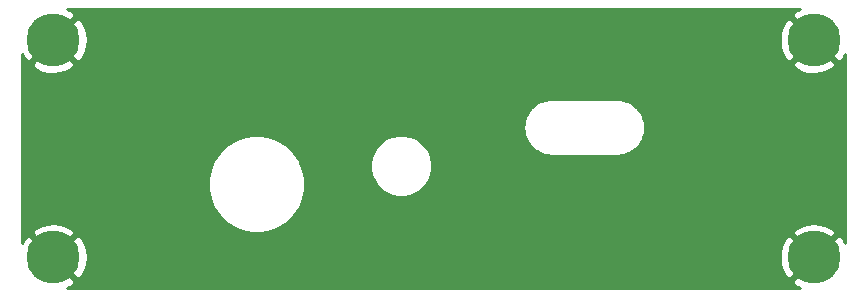
<source format=gbr>
G04 #@! TF.GenerationSoftware,KiCad,Pcbnew,5.1.5-1.fc31*
G04 #@! TF.CreationDate,2020-05-07T20:20:34-05:00*
G04 #@! TF.ProjectId,BackPanel,4261636b-5061-46e6-956c-2e6b69636164,B*
G04 #@! TF.SameCoordinates,Original*
G04 #@! TF.FileFunction,Copper,L1,Top*
G04 #@! TF.FilePolarity,Positive*
%FSLAX46Y46*%
G04 Gerber Fmt 4.6, Leading zero omitted, Abs format (unit mm)*
G04 Created by KiCad (PCBNEW 5.1.5-1.fc31) date 2020-05-07 20:20:34*
%MOMM*%
%LPD*%
G04 APERTURE LIST*
%ADD10C,4.500000*%
%ADD11C,0.254000*%
G04 APERTURE END LIST*
D10*
X103300000Y-78800000D03*
X167700000Y-97200000D03*
X103300000Y-97200000D03*
X167700000Y-78800000D03*
D11*
G36*
X166509076Y-76163863D02*
G01*
X166100416Y-76382296D01*
X165854265Y-76774660D01*
X167700000Y-78620395D01*
X167714143Y-78606253D01*
X167893748Y-78785858D01*
X167879605Y-78800000D01*
X169725340Y-80645735D01*
X170117704Y-80399584D01*
X170339324Y-79980383D01*
X170340000Y-80008063D01*
X170340001Y-95968581D01*
X170336137Y-96009076D01*
X170117704Y-95600416D01*
X169725340Y-95354265D01*
X167879605Y-97200000D01*
X167893748Y-97214143D01*
X167714143Y-97393748D01*
X167700000Y-97379605D01*
X165854265Y-99225340D01*
X166100416Y-99617704D01*
X166519617Y-99839324D01*
X166491937Y-99840000D01*
X104531409Y-99840000D01*
X104490924Y-99836137D01*
X104899584Y-99617704D01*
X105145735Y-99225340D01*
X103300000Y-97379605D01*
X103285858Y-97393748D01*
X103106253Y-97214143D01*
X103120395Y-97200000D01*
X103479605Y-97200000D01*
X105325340Y-99045735D01*
X105717704Y-98799584D01*
X105983312Y-98297178D01*
X106145801Y-97752607D01*
X106196449Y-97213199D01*
X164801072Y-97213199D01*
X164859348Y-97778498D01*
X165026790Y-98321566D01*
X165282296Y-98799584D01*
X165674660Y-99045735D01*
X167520395Y-97200000D01*
X165674660Y-95354265D01*
X165282296Y-95600416D01*
X165016688Y-96102822D01*
X164854199Y-96647393D01*
X164801072Y-97213199D01*
X106196449Y-97213199D01*
X106198928Y-97186801D01*
X106140652Y-96621502D01*
X105973210Y-96078434D01*
X105717704Y-95600416D01*
X105325340Y-95354265D01*
X103479605Y-97200000D01*
X103120395Y-97200000D01*
X101274660Y-95354265D01*
X100882296Y-95600416D01*
X100660676Y-96019617D01*
X100660000Y-95991937D01*
X100660000Y-95174660D01*
X101454265Y-95174660D01*
X103300000Y-97020395D01*
X105145735Y-95174660D01*
X165854265Y-95174660D01*
X167700000Y-97020395D01*
X169545735Y-95174660D01*
X169299584Y-94782296D01*
X168797178Y-94516688D01*
X168252607Y-94354199D01*
X167686801Y-94301072D01*
X167121502Y-94359348D01*
X166578434Y-94526790D01*
X166100416Y-94782296D01*
X165854265Y-95174660D01*
X105145735Y-95174660D01*
X104899584Y-94782296D01*
X104397178Y-94516688D01*
X103852607Y-94354199D01*
X103286801Y-94301072D01*
X102721502Y-94359348D01*
X102178434Y-94526790D01*
X101700416Y-94782296D01*
X101454265Y-95174660D01*
X100660000Y-95174660D01*
X100660000Y-90592738D01*
X116365000Y-90592738D01*
X116365000Y-91407262D01*
X116523906Y-92206135D01*
X116835611Y-92958657D01*
X117288136Y-93635909D01*
X117864091Y-94211864D01*
X118541343Y-94664389D01*
X119293865Y-94976094D01*
X120092738Y-95135000D01*
X120907262Y-95135000D01*
X121706135Y-94976094D01*
X122458657Y-94664389D01*
X123135909Y-94211864D01*
X123711864Y-93635909D01*
X124164389Y-92958657D01*
X124476094Y-92206135D01*
X124635000Y-91407262D01*
X124635000Y-90592738D01*
X124476094Y-89793865D01*
X124226162Y-89190475D01*
X130115000Y-89190475D01*
X130115000Y-89709525D01*
X130216261Y-90218601D01*
X130414893Y-90698141D01*
X130703262Y-91129715D01*
X131070285Y-91496738D01*
X131501859Y-91785107D01*
X131981399Y-91983739D01*
X132490475Y-92085000D01*
X133009525Y-92085000D01*
X133518601Y-91983739D01*
X133998141Y-91785107D01*
X134429715Y-91496738D01*
X134796738Y-91129715D01*
X135085107Y-90698141D01*
X135283739Y-90218601D01*
X135385000Y-89709525D01*
X135385000Y-89190475D01*
X135283739Y-88681399D01*
X135085107Y-88201859D01*
X134796738Y-87770285D01*
X134429715Y-87403262D01*
X133998141Y-87114893D01*
X133518601Y-86916261D01*
X133009525Y-86815000D01*
X132490475Y-86815000D01*
X131981399Y-86916261D01*
X131501859Y-87114893D01*
X131070285Y-87403262D01*
X130703262Y-87770285D01*
X130414893Y-88201859D01*
X130216261Y-88681399D01*
X130115000Y-89190475D01*
X124226162Y-89190475D01*
X124164389Y-89041343D01*
X123711864Y-88364091D01*
X123135909Y-87788136D01*
X122458657Y-87335611D01*
X121706135Y-87023906D01*
X120907262Y-86865000D01*
X120092738Y-86865000D01*
X119293865Y-87023906D01*
X118541343Y-87335611D01*
X117864091Y-87788136D01*
X117288136Y-88364091D01*
X116835611Y-89041343D01*
X116523906Y-89793865D01*
X116365000Y-90592738D01*
X100660000Y-90592738D01*
X100660000Y-86152401D01*
X143092759Y-86152401D01*
X143093177Y-86212217D01*
X143092759Y-86272033D01*
X143093658Y-86281205D01*
X143129358Y-86620874D01*
X143141390Y-86679486D01*
X143152595Y-86738231D01*
X143155259Y-86747053D01*
X143256255Y-87073319D01*
X143279435Y-87128462D01*
X143301844Y-87183927D01*
X143306171Y-87192064D01*
X143468616Y-87492500D01*
X143502061Y-87542084D01*
X143534821Y-87592147D01*
X143540646Y-87599288D01*
X143758351Y-87862449D01*
X143800823Y-87904626D01*
X143842651Y-87947339D01*
X143849751Y-87953213D01*
X144114426Y-88169076D01*
X144164250Y-88202179D01*
X144213606Y-88235974D01*
X144221713Y-88240357D01*
X144523274Y-88400701D01*
X144578580Y-88423496D01*
X144633563Y-88447062D01*
X144642366Y-88449787D01*
X144969329Y-88548503D01*
X145028000Y-88560120D01*
X145086521Y-88572559D01*
X145095686Y-88573522D01*
X145435596Y-88606850D01*
X145435598Y-88606850D01*
X145467581Y-88610000D01*
X151032419Y-88610000D01*
X151066138Y-88606679D01*
X151088839Y-88606679D01*
X151098003Y-88605716D01*
X151437414Y-88567645D01*
X151495917Y-88555209D01*
X151554605Y-88543589D01*
X151563408Y-88540864D01*
X151888961Y-88437593D01*
X151943908Y-88414042D01*
X151999249Y-88391233D01*
X152007355Y-88386850D01*
X152306649Y-88222312D01*
X152356005Y-88188517D01*
X152405832Y-88155412D01*
X152412932Y-88149538D01*
X152674567Y-87930000D01*
X152716411Y-87887270D01*
X152758865Y-87845112D01*
X152764689Y-87837970D01*
X152978700Y-87571796D01*
X153011450Y-87521749D01*
X153044906Y-87472148D01*
X153049232Y-87464011D01*
X153207466Y-87161337D01*
X153229862Y-87105905D01*
X153253056Y-87050729D01*
X153255719Y-87041907D01*
X153352150Y-86714262D01*
X153363349Y-86655554D01*
X153375388Y-86596905D01*
X153376287Y-86587733D01*
X153407241Y-86247599D01*
X153406823Y-86187783D01*
X153407241Y-86127967D01*
X153406342Y-86118796D01*
X153370642Y-85779126D01*
X153358610Y-85720514D01*
X153347405Y-85661769D01*
X153344741Y-85652947D01*
X153243745Y-85326681D01*
X153220565Y-85271538D01*
X153198156Y-85216073D01*
X153193829Y-85207936D01*
X153031384Y-84907500D01*
X152997939Y-84857916D01*
X152965179Y-84807853D01*
X152959354Y-84800712D01*
X152741648Y-84537551D01*
X152699212Y-84495410D01*
X152657349Y-84452661D01*
X152650248Y-84446787D01*
X152385574Y-84230924D01*
X152335716Y-84197799D01*
X152286393Y-84164026D01*
X152278287Y-84159643D01*
X151976725Y-83999299D01*
X151921433Y-83976510D01*
X151866437Y-83952938D01*
X151857634Y-83950213D01*
X151530671Y-83851497D01*
X151472000Y-83839880D01*
X151413479Y-83827441D01*
X151404314Y-83826478D01*
X151064404Y-83793150D01*
X151064402Y-83793150D01*
X151032419Y-83790000D01*
X145467581Y-83790000D01*
X145433862Y-83793321D01*
X145411161Y-83793321D01*
X145401996Y-83794284D01*
X145062586Y-83832355D01*
X145004089Y-83844789D01*
X144945395Y-83856411D01*
X144936592Y-83859136D01*
X144611039Y-83962407D01*
X144556092Y-83985958D01*
X144500751Y-84008767D01*
X144492645Y-84013150D01*
X144193351Y-84177688D01*
X144143979Y-84211494D01*
X144094168Y-84244588D01*
X144087068Y-84250462D01*
X143825433Y-84470000D01*
X143783589Y-84512730D01*
X143741135Y-84554888D01*
X143735310Y-84562030D01*
X143521300Y-84828205D01*
X143488547Y-84878257D01*
X143455094Y-84927852D01*
X143450771Y-84935984D01*
X143450768Y-84935988D01*
X143450768Y-84935989D01*
X143292534Y-85238663D01*
X143270138Y-85294095D01*
X143246944Y-85349271D01*
X143244281Y-85358093D01*
X143147850Y-85685738D01*
X143136652Y-85744439D01*
X143124612Y-85803095D01*
X143123713Y-85812266D01*
X143092759Y-86152401D01*
X100660000Y-86152401D01*
X100660000Y-80825340D01*
X101454265Y-80825340D01*
X101700416Y-81217704D01*
X102202822Y-81483312D01*
X102747393Y-81645801D01*
X103313199Y-81698928D01*
X103878498Y-81640652D01*
X104421566Y-81473210D01*
X104899584Y-81217704D01*
X105145735Y-80825340D01*
X165854265Y-80825340D01*
X166100416Y-81217704D01*
X166602822Y-81483312D01*
X167147393Y-81645801D01*
X167713199Y-81698928D01*
X168278498Y-81640652D01*
X168821566Y-81473210D01*
X169299584Y-81217704D01*
X169545735Y-80825340D01*
X167700000Y-78979605D01*
X165854265Y-80825340D01*
X105145735Y-80825340D01*
X103300000Y-78979605D01*
X101454265Y-80825340D01*
X100660000Y-80825340D01*
X100660000Y-80031409D01*
X100663863Y-79990924D01*
X100882296Y-80399584D01*
X101274660Y-80645735D01*
X103120395Y-78800000D01*
X103479605Y-78800000D01*
X105325340Y-80645735D01*
X105717704Y-80399584D01*
X105983312Y-79897178D01*
X106145801Y-79352607D01*
X106196449Y-78813199D01*
X164801072Y-78813199D01*
X164859348Y-79378498D01*
X165026790Y-79921566D01*
X165282296Y-80399584D01*
X165674660Y-80645735D01*
X167520395Y-78800000D01*
X165674660Y-76954265D01*
X165282296Y-77200416D01*
X165016688Y-77702822D01*
X164854199Y-78247393D01*
X164801072Y-78813199D01*
X106196449Y-78813199D01*
X106198928Y-78786801D01*
X106140652Y-78221502D01*
X105973210Y-77678434D01*
X105717704Y-77200416D01*
X105325340Y-76954265D01*
X103479605Y-78800000D01*
X103120395Y-78800000D01*
X103106253Y-78785858D01*
X103285858Y-78606253D01*
X103300000Y-78620395D01*
X105145735Y-76774660D01*
X104899584Y-76382296D01*
X104480383Y-76160676D01*
X104508063Y-76160000D01*
X166468591Y-76160000D01*
X166509076Y-76163863D01*
G37*
X166509076Y-76163863D02*
X166100416Y-76382296D01*
X165854265Y-76774660D01*
X167700000Y-78620395D01*
X167714143Y-78606253D01*
X167893748Y-78785858D01*
X167879605Y-78800000D01*
X169725340Y-80645735D01*
X170117704Y-80399584D01*
X170339324Y-79980383D01*
X170340000Y-80008063D01*
X170340001Y-95968581D01*
X170336137Y-96009076D01*
X170117704Y-95600416D01*
X169725340Y-95354265D01*
X167879605Y-97200000D01*
X167893748Y-97214143D01*
X167714143Y-97393748D01*
X167700000Y-97379605D01*
X165854265Y-99225340D01*
X166100416Y-99617704D01*
X166519617Y-99839324D01*
X166491937Y-99840000D01*
X104531409Y-99840000D01*
X104490924Y-99836137D01*
X104899584Y-99617704D01*
X105145735Y-99225340D01*
X103300000Y-97379605D01*
X103285858Y-97393748D01*
X103106253Y-97214143D01*
X103120395Y-97200000D01*
X103479605Y-97200000D01*
X105325340Y-99045735D01*
X105717704Y-98799584D01*
X105983312Y-98297178D01*
X106145801Y-97752607D01*
X106196449Y-97213199D01*
X164801072Y-97213199D01*
X164859348Y-97778498D01*
X165026790Y-98321566D01*
X165282296Y-98799584D01*
X165674660Y-99045735D01*
X167520395Y-97200000D01*
X165674660Y-95354265D01*
X165282296Y-95600416D01*
X165016688Y-96102822D01*
X164854199Y-96647393D01*
X164801072Y-97213199D01*
X106196449Y-97213199D01*
X106198928Y-97186801D01*
X106140652Y-96621502D01*
X105973210Y-96078434D01*
X105717704Y-95600416D01*
X105325340Y-95354265D01*
X103479605Y-97200000D01*
X103120395Y-97200000D01*
X101274660Y-95354265D01*
X100882296Y-95600416D01*
X100660676Y-96019617D01*
X100660000Y-95991937D01*
X100660000Y-95174660D01*
X101454265Y-95174660D01*
X103300000Y-97020395D01*
X105145735Y-95174660D01*
X165854265Y-95174660D01*
X167700000Y-97020395D01*
X169545735Y-95174660D01*
X169299584Y-94782296D01*
X168797178Y-94516688D01*
X168252607Y-94354199D01*
X167686801Y-94301072D01*
X167121502Y-94359348D01*
X166578434Y-94526790D01*
X166100416Y-94782296D01*
X165854265Y-95174660D01*
X105145735Y-95174660D01*
X104899584Y-94782296D01*
X104397178Y-94516688D01*
X103852607Y-94354199D01*
X103286801Y-94301072D01*
X102721502Y-94359348D01*
X102178434Y-94526790D01*
X101700416Y-94782296D01*
X101454265Y-95174660D01*
X100660000Y-95174660D01*
X100660000Y-90592738D01*
X116365000Y-90592738D01*
X116365000Y-91407262D01*
X116523906Y-92206135D01*
X116835611Y-92958657D01*
X117288136Y-93635909D01*
X117864091Y-94211864D01*
X118541343Y-94664389D01*
X119293865Y-94976094D01*
X120092738Y-95135000D01*
X120907262Y-95135000D01*
X121706135Y-94976094D01*
X122458657Y-94664389D01*
X123135909Y-94211864D01*
X123711864Y-93635909D01*
X124164389Y-92958657D01*
X124476094Y-92206135D01*
X124635000Y-91407262D01*
X124635000Y-90592738D01*
X124476094Y-89793865D01*
X124226162Y-89190475D01*
X130115000Y-89190475D01*
X130115000Y-89709525D01*
X130216261Y-90218601D01*
X130414893Y-90698141D01*
X130703262Y-91129715D01*
X131070285Y-91496738D01*
X131501859Y-91785107D01*
X131981399Y-91983739D01*
X132490475Y-92085000D01*
X133009525Y-92085000D01*
X133518601Y-91983739D01*
X133998141Y-91785107D01*
X134429715Y-91496738D01*
X134796738Y-91129715D01*
X135085107Y-90698141D01*
X135283739Y-90218601D01*
X135385000Y-89709525D01*
X135385000Y-89190475D01*
X135283739Y-88681399D01*
X135085107Y-88201859D01*
X134796738Y-87770285D01*
X134429715Y-87403262D01*
X133998141Y-87114893D01*
X133518601Y-86916261D01*
X133009525Y-86815000D01*
X132490475Y-86815000D01*
X131981399Y-86916261D01*
X131501859Y-87114893D01*
X131070285Y-87403262D01*
X130703262Y-87770285D01*
X130414893Y-88201859D01*
X130216261Y-88681399D01*
X130115000Y-89190475D01*
X124226162Y-89190475D01*
X124164389Y-89041343D01*
X123711864Y-88364091D01*
X123135909Y-87788136D01*
X122458657Y-87335611D01*
X121706135Y-87023906D01*
X120907262Y-86865000D01*
X120092738Y-86865000D01*
X119293865Y-87023906D01*
X118541343Y-87335611D01*
X117864091Y-87788136D01*
X117288136Y-88364091D01*
X116835611Y-89041343D01*
X116523906Y-89793865D01*
X116365000Y-90592738D01*
X100660000Y-90592738D01*
X100660000Y-86152401D01*
X143092759Y-86152401D01*
X143093177Y-86212217D01*
X143092759Y-86272033D01*
X143093658Y-86281205D01*
X143129358Y-86620874D01*
X143141390Y-86679486D01*
X143152595Y-86738231D01*
X143155259Y-86747053D01*
X143256255Y-87073319D01*
X143279435Y-87128462D01*
X143301844Y-87183927D01*
X143306171Y-87192064D01*
X143468616Y-87492500D01*
X143502061Y-87542084D01*
X143534821Y-87592147D01*
X143540646Y-87599288D01*
X143758351Y-87862449D01*
X143800823Y-87904626D01*
X143842651Y-87947339D01*
X143849751Y-87953213D01*
X144114426Y-88169076D01*
X144164250Y-88202179D01*
X144213606Y-88235974D01*
X144221713Y-88240357D01*
X144523274Y-88400701D01*
X144578580Y-88423496D01*
X144633563Y-88447062D01*
X144642366Y-88449787D01*
X144969329Y-88548503D01*
X145028000Y-88560120D01*
X145086521Y-88572559D01*
X145095686Y-88573522D01*
X145435596Y-88606850D01*
X145435598Y-88606850D01*
X145467581Y-88610000D01*
X151032419Y-88610000D01*
X151066138Y-88606679D01*
X151088839Y-88606679D01*
X151098003Y-88605716D01*
X151437414Y-88567645D01*
X151495917Y-88555209D01*
X151554605Y-88543589D01*
X151563408Y-88540864D01*
X151888961Y-88437593D01*
X151943908Y-88414042D01*
X151999249Y-88391233D01*
X152007355Y-88386850D01*
X152306649Y-88222312D01*
X152356005Y-88188517D01*
X152405832Y-88155412D01*
X152412932Y-88149538D01*
X152674567Y-87930000D01*
X152716411Y-87887270D01*
X152758865Y-87845112D01*
X152764689Y-87837970D01*
X152978700Y-87571796D01*
X153011450Y-87521749D01*
X153044906Y-87472148D01*
X153049232Y-87464011D01*
X153207466Y-87161337D01*
X153229862Y-87105905D01*
X153253056Y-87050729D01*
X153255719Y-87041907D01*
X153352150Y-86714262D01*
X153363349Y-86655554D01*
X153375388Y-86596905D01*
X153376287Y-86587733D01*
X153407241Y-86247599D01*
X153406823Y-86187783D01*
X153407241Y-86127967D01*
X153406342Y-86118796D01*
X153370642Y-85779126D01*
X153358610Y-85720514D01*
X153347405Y-85661769D01*
X153344741Y-85652947D01*
X153243745Y-85326681D01*
X153220565Y-85271538D01*
X153198156Y-85216073D01*
X153193829Y-85207936D01*
X153031384Y-84907500D01*
X152997939Y-84857916D01*
X152965179Y-84807853D01*
X152959354Y-84800712D01*
X152741648Y-84537551D01*
X152699212Y-84495410D01*
X152657349Y-84452661D01*
X152650248Y-84446787D01*
X152385574Y-84230924D01*
X152335716Y-84197799D01*
X152286393Y-84164026D01*
X152278287Y-84159643D01*
X151976725Y-83999299D01*
X151921433Y-83976510D01*
X151866437Y-83952938D01*
X151857634Y-83950213D01*
X151530671Y-83851497D01*
X151472000Y-83839880D01*
X151413479Y-83827441D01*
X151404314Y-83826478D01*
X151064404Y-83793150D01*
X151064402Y-83793150D01*
X151032419Y-83790000D01*
X145467581Y-83790000D01*
X145433862Y-83793321D01*
X145411161Y-83793321D01*
X145401996Y-83794284D01*
X145062586Y-83832355D01*
X145004089Y-83844789D01*
X144945395Y-83856411D01*
X144936592Y-83859136D01*
X144611039Y-83962407D01*
X144556092Y-83985958D01*
X144500751Y-84008767D01*
X144492645Y-84013150D01*
X144193351Y-84177688D01*
X144143979Y-84211494D01*
X144094168Y-84244588D01*
X144087068Y-84250462D01*
X143825433Y-84470000D01*
X143783589Y-84512730D01*
X143741135Y-84554888D01*
X143735310Y-84562030D01*
X143521300Y-84828205D01*
X143488547Y-84878257D01*
X143455094Y-84927852D01*
X143450771Y-84935984D01*
X143450768Y-84935988D01*
X143450768Y-84935989D01*
X143292534Y-85238663D01*
X143270138Y-85294095D01*
X143246944Y-85349271D01*
X143244281Y-85358093D01*
X143147850Y-85685738D01*
X143136652Y-85744439D01*
X143124612Y-85803095D01*
X143123713Y-85812266D01*
X143092759Y-86152401D01*
X100660000Y-86152401D01*
X100660000Y-80825340D01*
X101454265Y-80825340D01*
X101700416Y-81217704D01*
X102202822Y-81483312D01*
X102747393Y-81645801D01*
X103313199Y-81698928D01*
X103878498Y-81640652D01*
X104421566Y-81473210D01*
X104899584Y-81217704D01*
X105145735Y-80825340D01*
X165854265Y-80825340D01*
X166100416Y-81217704D01*
X166602822Y-81483312D01*
X167147393Y-81645801D01*
X167713199Y-81698928D01*
X168278498Y-81640652D01*
X168821566Y-81473210D01*
X169299584Y-81217704D01*
X169545735Y-80825340D01*
X167700000Y-78979605D01*
X165854265Y-80825340D01*
X105145735Y-80825340D01*
X103300000Y-78979605D01*
X101454265Y-80825340D01*
X100660000Y-80825340D01*
X100660000Y-80031409D01*
X100663863Y-79990924D01*
X100882296Y-80399584D01*
X101274660Y-80645735D01*
X103120395Y-78800000D01*
X103479605Y-78800000D01*
X105325340Y-80645735D01*
X105717704Y-80399584D01*
X105983312Y-79897178D01*
X106145801Y-79352607D01*
X106196449Y-78813199D01*
X164801072Y-78813199D01*
X164859348Y-79378498D01*
X165026790Y-79921566D01*
X165282296Y-80399584D01*
X165674660Y-80645735D01*
X167520395Y-78800000D01*
X165674660Y-76954265D01*
X165282296Y-77200416D01*
X165016688Y-77702822D01*
X164854199Y-78247393D01*
X164801072Y-78813199D01*
X106196449Y-78813199D01*
X106198928Y-78786801D01*
X106140652Y-78221502D01*
X105973210Y-77678434D01*
X105717704Y-77200416D01*
X105325340Y-76954265D01*
X103479605Y-78800000D01*
X103120395Y-78800000D01*
X103106253Y-78785858D01*
X103285858Y-78606253D01*
X103300000Y-78620395D01*
X105145735Y-76774660D01*
X104899584Y-76382296D01*
X104480383Y-76160676D01*
X104508063Y-76160000D01*
X166468591Y-76160000D01*
X166509076Y-76163863D01*
M02*

</source>
